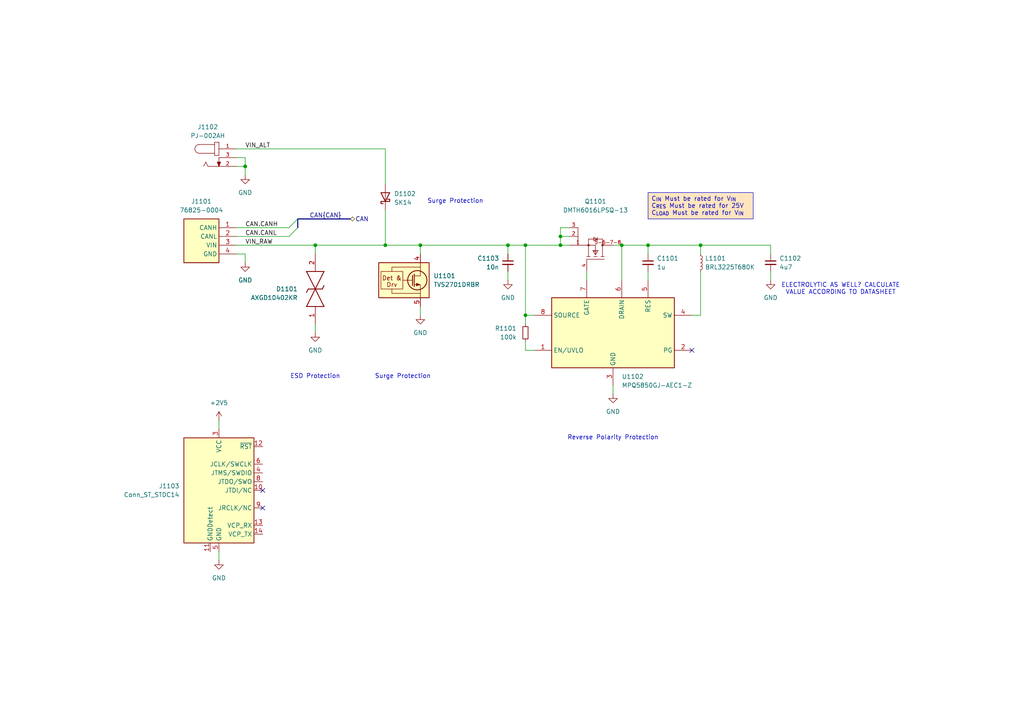
<source format=kicad_sch>
(kicad_sch (version 20231120) (generator "eeschema") (generator_version "8.0")
  (paper "A4")
  (lib_symbols
    (symbol "76825-0004:76825-0004"
      (property "Reference" "J" (at 0 5.08 0))
      (property "Value" "76825-0004" (at 0 2.54 0))
      (symbol "76825-0004_1_1"
        (rectangle (start -5.08 0) (end 5.08 -12.7) (stroke (width 0.254)) (fill (type background)))
        (pin passive line (at 10.16 -2.54 180) (length 5.08) (name "CANH") (number "1"))
        (pin passive line (at 10.16 -5.08 180) (length 5.08) (name "CANL") (number "2"))
        (pin passive line (at 10.16 -7.62 180) (length 5.08) (name "VIN") (number "3"))
        (pin passive line (at 10.16 -10.16 180) (length 5.08) (name "GND") (number "4"))
      )
    )
    (symbol "AXGD10402KR:AXGD10402KR" (pin_names hide)
      (property "Reference" "D" (at 12.7 8.89 0))
      (property "Value" "AXGD10402KR" (at 12.7 6.35 0))
      (symbol "AXGD10402KR_1_1"
        (polyline (pts (xy 5.08 2.54) (xy 5.08 -2.54)) (stroke (width 0.254)))
        (polyline (pts (xy 5.08 2.54) (xy 10.16 0)) (stroke (width 0.254)))
        (polyline (pts (xy 9.144 2.54) (xy 10.16 2.032)) (stroke (width 0.254)))
        (polyline (pts (xy 10.16 -2.032) (xy 10.16 2.032)) (stroke (width 0.254)))
        (polyline (pts (xy 10.16 -2.032) (xy 11.176 -2.54)) (stroke (width 0.254)))
        (polyline (pts (xy 10.16 0) (xy 5.08 -2.54)) (stroke (width 0.254)))
        (polyline (pts (xy 10.16 0) (xy 15.24 -2.54)) (stroke (width 0.254)))
        (polyline (pts (xy 15.24 2.54) (xy 10.16 0)) (stroke (width 0.254)))
        (polyline (pts (xy 15.24 2.54) (xy 15.24 -2.54)) (stroke (width 0.254)))
        (pin passive line (at 0 0 0) (length 5.08) (name "1") (number "1"))
        (pin passive line (at 20.32 0 180) (length 5.08) (name "2") (number "2"))
      )
    )
    (symbol "Connector:Conn_ST_STDC14"
      (property "Reference" "J" (at -8.89 16.51 0))
      (property "Value" "Conn_ST_STDC14" (at 17.78 16.51 0))
      (symbol "Conn_ST_STDC14_0_1"
        (rectangle (start -10.16 15.24) (end 10.16 -15.24) (stroke (width 0.254)) (fill (type background)))
      )
      (symbol "Conn_ST_STDC14_1_1"
        (pin no_connect line (at -10.16 5.08 0) (length 2.54) hide (name "NC") (number "1"))
        (pin output line (at 12.7 0 180) (length 2.54) (name "JTDI/NC") (number "10"))
        (pin passive line (at -2.54 -17.78 90) (length 2.54) (name "GNDDetect") (number "11"))
        (pin open_collector line (at 12.7 12.7 180) (length 2.54) (name "~{RST}") (number "12"))
        (pin output line (at 12.7 -10.16 180) (length 2.54) (name "VCP_RX") (number "13"))
        (pin input line (at 12.7 -12.7 180) (length 2.54) (name "VCP_TX") (number "14"))
        (pin no_connect line (at -10.16 2.54 0) (length 2.54) hide (name "NC") (number "2"))
        (pin power_in line (at 0 17.78 270) (length 2.54) (name "VCC") (number "3"))
        (pin bidirectional line (at 12.7 5.08 180) (length 2.54) (name "JTMS/SWDIO") (number "4"))
        (pin power_in line (at 0 -17.78 90) (length 2.54) (name "GND") (number "5"))
        (pin output line (at 12.7 7.62 180) (length 2.54) (name "JCLK/SWCLK") (number "6"))
        (pin passive line (at 0 -17.78 90) (length 2.54) hide (name "GND") (number "7"))
        (pin input line (at 12.7 2.54 180) (length 2.54) (name "JTDO/SWO") (number "8"))
        (pin input line (at 12.7 -5.08 180) (length 2.54) (name "JRCLK/NC") (number "9"))
      )
    )
    (symbol "DMTH6016LPSQ-13:DMTH6016LPSQ-13" (pin_names (offset 1.016))
      (property "Reference" "Q" (at 0 10.16 0))
      (property "Value" "DMTH6016LPSQ-13" (at 0 12.7 0))
      (symbol "DMTH6016LPSQ-13_1_1"
        (polyline (pts (xy 6.096 0) (xy 6.096 5.08)))
        (polyline (pts (xy 6.858 0.508) (xy 10.16 0.508)))
        (polyline (pts (xy 6.858 1.016) (xy 6.858 0)))
        (polyline (pts (xy 6.858 3.048) (xy 6.858 2.032)))
        (polyline (pts (xy 6.858 4.064) (xy 6.858 5.08)))
        (polyline (pts (xy 6.858 4.572) (xy 10.16 4.572)))
        (polyline (pts (xy 7.366 2.54) (xy 8.636 1.778)))
        (polyline (pts (xy 7.366 2.54) (xy 8.636 3.302)))
        (polyline (pts (xy 7.62 2.54) (xy 10.16 2.54)))
        (polyline (pts (xy 8.382 2.794) (xy 8.382 2.032)))
        (polyline (pts (xy 8.636 3.302) (xy 8.636 1.778)))
        (polyline (pts (xy 10.16 0.508) (xy 11.938 0.508)))
        (polyline (pts (xy 10.16 2.54) (xy 10.16 0)))
        (polyline (pts (xy 11.43 2.032) (xy 12.446 2.032)))
        (polyline (pts (xy 11.938 0.508) (xy 11.938 4.572)))
        (polyline (pts (xy 11.938 3.048) (xy 11.43 2.032)))
        (polyline (pts (xy 11.938 3.048) (xy 11.43 3.048)))
        (polyline (pts (xy 11.938 3.048) (xy 12.446 3.048)))
        (polyline (pts (xy 11.938 4.572) (xy 10.16 4.572)))
        (polyline (pts (xy 12.446 2.032) (xy 11.938 3.048)))
        (polyline (pts (xy 15.24 -2.54) (xy 10.16 -2.54)))
        (circle (center 10.16 0.508) (radius 0.254))
        (circle (center 10.16 4.572) (radius 0.254))
        (pin passive line (at 10.16 -5.08 90) (length 5.08) (name "S") (number "1"))
        (pin passive line (at 12.7 -5.08 90) (length 2.54) (name "S") (number "2"))
        (pin passive line (at 15.24 -5.08 90) (length 2.54) (name "S") (number "3"))
        (pin passive line (at 2.54 0 0) (length 3.556) (name "G") (number "4"))
        (pin passive line (at 10.16 7.62 270) (length 3.048) (name "D") (number "5-6-7-8"))
      )
    )
    (symbol "Device:C_Small" (pin_numbers hide) (pin_names (offset 0.254) hide)
      (property "Reference" "C" (at 0.254 1.778 0))
      (property "Value" "C_Small" (at 0.254 -2.032 0))
      (symbol "C_Small_0_1"
        (polyline (pts (xy -1.524 -0.508) (xy 1.524 -0.508)) (stroke (width 0.3302)))
        (polyline (pts (xy -1.524 0.508) (xy 1.524 0.508)) (stroke (width 0.3048)))
      )
      (symbol "C_Small_1_1"
        (pin passive line (at 0 2.54 270) (length 2.032) (name "~") (number "1"))
        (pin passive line (at 0 -2.54 90) (length 2.032) (name "~") (number "2"))
      )
    )
    (symbol "Device:D_Schottky" (pin_numbers hide) (pin_names (offset 1.016) hide)
      (property "Reference" "D" (at 0 2.54 0))
      (property "Value" "D_Schottky" (at 0 -2.54 0))
      (symbol "D_Schottky_0_1"
        (polyline (pts (xy 1.27 0) (xy -1.27 0)))
        (polyline (pts (xy 1.27 1.27) (xy 1.27 -1.27) (xy -1.27 0) (xy 1.27 1.27)) (stroke (width 0.254)))
        (polyline (pts (xy -1.905 0.635) (xy -1.905 1.27) (xy -1.27 1.27) (xy -1.27 -1.27) (xy -0.635 -1.27) (xy -0.635 -0.635)) (stroke (width 0.254)))
      )
      (symbol "D_Schottky_1_1"
        (pin passive line (at -3.81 0 0) (length 2.54) (name "K") (number "1"))
        (pin passive line (at 3.81 0 180) (length 2.54) (name "A") (number "2"))
      )
    )
    (symbol "Device:L_Small" (pin_numbers hide) (pin_names (offset 0.254) hide)
      (property "Reference" "L" (at 0.762 1.016 0))
      (property "Value" "L_Small" (at 0.762 -1.016 0))
      (symbol "L_Small_0_1"
        (arc (start 0 -2.032) (mid 0.5058 -1.524) (end 0 -1.016))
        (arc (start 0 -1.016) (mid 0.5058 -0.508) (end 0 0))
        (arc (start 0 0) (mid 0.5058 0.508) (end 0 1.016))
        (arc (start 0 1.016) (mid 0.5058 1.524) (end 0 2.032))
      )
      (symbol "L_Small_1_1"
        (pin passive line (at 0 2.54 270) (length 0.508) (name "~") (number "1"))
        (pin passive line (at 0 -2.54 90) (length 0.508) (name "~") (number "2"))
      )
    )
    (symbol "Device:R_Small" (pin_numbers hide) (pin_names (offset 0.254) hide)
      (property "Reference" "R" (at 0.762 0.508 0))
      (property "Value" "R_Small" (at 0.762 -1.016 0))
      (symbol "R_Small_0_1"
        (rectangle (start -0.762 1.778) (end 0.762 -1.778) (stroke (width 0.2032)))
      )
      (symbol "R_Small_1_1"
        (pin passive line (at 0 2.54 270) (length 0.762) (name "~") (number "1"))
        (pin passive line (at 0 -2.54 90) (length 0.762) (name "~") (number "2"))
      )
    )
    (symbol "MPQ5850GJ-AEC1-Z:MPQ5850GJ-AEC1-Z"
      (property "Reference" "U" (at -15.24 -20.32 0))
      (property "Value" "MPQ5850GJ-AEC1-Z" (at -15.24 -22.86 0))
      (symbol "MPQ5850GJ-AEC1-Z_1_1"
        (rectangle (start -17.78 2.54) (end 17.78 -17.78) (stroke (width 0.254)) (fill (type background)))
        (pin passive line (at -22.86 -12.7 0) (length 5.08) (name "EN/UVLO") (number "1"))
        (pin passive line (at 22.86 -12.7 180) (length 5.08) (name "PG") (number "2"))
        (pin passive line (at 0 -22.86 90) (length 5.08) (name "GND") (number "3"))
        (pin passive line (at 22.86 -2.54 180) (length 5.08) (name "SW") (number "4"))
        (pin passive line (at 10.16 7.62 270) (length 5.08) (name "RES") (number "5"))
        (pin passive line (at 2.54 7.62 270) (length 5.08) (name "DRAIN") (number "6"))
        (pin passive line (at -7.62 7.62 270) (length 5.08) (name "GATE") (number "7"))
        (pin passive line (at -22.86 -2.54 0) (length 5.08) (name "SOURCE") (number "8"))
      )
    )
    (symbol "PJ-002AH:PJ-002AH" (pin_names (offset 1.016))
      (property "Reference" "J" (at -7.6272 5.0848 0))
      (property "Value" "PJ-002AH" (at -7.6313 -5.0875 0))
      (symbol "PJ-002AH_0_0"
        (arc (start -5.715 3.81) (mid -6.9794 2.54) (end -5.715 1.27) (stroke (width 0.1524)))
        (polyline (pts (xy -5.715 3.81) (xy -1.27 3.81)) (stroke (width 0.1524)))
        (polyline (pts (xy -3.81 -1.27) (xy -4.445 -2.54)) (stroke (width 0.1524)))
        (polyline (pts (xy -3.175 -2.54) (xy -3.81 -1.27)) (stroke (width 0.1524)))
        (polyline (pts (xy -1.27 0.635) (xy 0 0.635)) (stroke (width 0.1524)))
        (polyline (pts (xy -1.27 1.27) (xy -5.715 1.27)) (stroke (width 0.1524)))
        (polyline (pts (xy -1.27 1.27) (xy -1.27 0.635)) (stroke (width 0.1524)))
        (polyline (pts (xy -1.27 3.81) (xy -1.27 1.27)) (stroke (width 0.1524)))
        (polyline (pts (xy -1.27 4.445) (xy -1.27 3.81)) (stroke (width 0.1524)))
        (polyline (pts (xy 0 -2.54) (xy -3.175 -2.54)) (stroke (width 0.1524)))
        (polyline (pts (xy 0 0) (xy 0 -2.54)) (stroke (width 0.1524)))
        (polyline (pts (xy 0 0.635) (xy 0 4.445)) (stroke (width 0.1524)))
        (polyline (pts (xy 0 4.445) (xy -1.27 4.445)) (stroke (width 0.1524)))
        (polyline (pts (xy 0 -2.54) (xy -0.508 -1.27) (xy 0.508 -1.27) (xy 0 -2.54)) (stroke (width 0.1524)) (fill (type outline)))
        (pin passive line (at 5.08 2.54 180) (length 5.08) (name "~") (number "1"))
        (pin passive line (at 5.08 -2.54 180) (length 5.08) (name "~") (number "2"))
        (pin passive line (at 5.08 0 180) (length 5.08) (name "~") (number "3"))
      )
    )
    (symbol "TVS2701DRBR:TVS2701DRBR" (pin_names hide)
      (property "Reference" "U" (at 17.78 -2.54 0))
      (property "Value" "TVS2701DRBR" (at 17.78 -5.08 0))
      (symbol "TVS2701DRBR_0_0"
        (rectangle (start -6.35 -2.54) (end 0 -7.62))
        (polyline (pts (xy 5.08 -3.81) (xy 3.302 -3.81)))
        (polyline (pts (xy -3.175 -7.62) (xy -3.175 -8.89) (xy 5.08 -8.89)))
        (polyline (pts (xy -3.175 -2.54) (xy -3.175 -1.27) (xy 5.08 -1.27)))
        (text "Det &" (at -3.175 -4.445 0) (effects (font (size 1.27 1.27))))
        (text "Drv" (at -3.175 -6.35 0) (effects (font (size 1.27 1.27))))
      )
      (symbol "TVS2701DRBR_0_1"
        (rectangle (start -6.985 0) (end 7.62 -10.16) (stroke (width 0.254)) (fill (type background)))
        (polyline (pts (xy 2.794 -5.08) (xy 0 -5.08)))
        (polyline (pts (xy 2.794 -3.683) (xy 2.794 -6.604)) (stroke (width 0.254)))
        (polyline (pts (xy 3.302 -3.302) (xy 3.302 -6.858)) (stroke (width 0.254)))
        (polyline (pts (xy 5.08 -7.62) (xy 5.08 -10.16)))
        (polyline (pts (xy 5.08 -2.54) (xy 5.08 -3.81)))
        (polyline (pts (xy 5.08 0) (xy 5.08 -2.54)))
        (polyline (pts (xy 5.08 -7.62) (xy 5.08 -6.35) (xy 3.302 -6.35)))
        (polyline (pts (xy 4.953 -6.35) (xy 3.937 -6.731) (xy 3.937 -5.969) (xy 4.953 -6.35)) (fill (type outline)))
        (circle (center 4.191 -5.08) (radius 2.794) (stroke (width 0.254)))
      )
      (symbol "TVS2701DRBR_1_1"
        (pin passive line (at 5.08 2.54 270) (length 2.54) hide (name "IN") (number "1"))
        (pin passive line (at 5.08 2.54 270) (length 2.54) hide (name "IN") (number "2"))
        (pin passive line (at 5.08 2.54 270) (length 2.54) hide (name "IN") (number "3"))
        (pin passive line (at 5.08 2.54 270) (length 2.54) (name "IN") (number "4"))
        (pin power_in line (at 5.08 -12.7 90) (length 2.54) (name "GND") (number "5"))
        (pin passive line (at 5.08 -12.7 90) (length 2.54) hide (name "GND") (number "6"))
        (pin passive line (at 5.08 -12.7 90) (length 2.54) hide (name "GND") (number "7"))
        (pin passive line (at 5.08 -12.7 90) (length 2.54) hide (name "GND") (number "8"))
        (pin no_connect line (at 10.16 -5.08 180) (length 2.54) hide (name "NC") (number "9"))
      )
    )
    (symbol "power:+2V5" (power) (pin_numbers hide) (pin_names (offset 0) hide)
      (property "Value" "+2V5" (at 0 3.556 0))
      (symbol "+2V5_0_1"
        (polyline (pts (xy -0.762 1.27) (xy 0 2.54)))
        (polyline (pts (xy 0 0) (xy 0 2.54)))
        (polyline (pts (xy 0 2.54) (xy 0.762 1.27)))
      )
      (symbol "+2V5_1_1"
        (pin power_in line (at 0 0 90) (length 0) (name "~") (number "1"))
      )
    )
    (symbol "power:GND" (power) (pin_numbers hide) (pin_names (offset 0) hide)
      (property "Value" "GND" (at 0 -3.81 0))
      (symbol "GND_0_1"
        (polyline (pts (xy 0 0) (xy 0 -1.27) (xy 1.27 -1.27) (xy 0 -2.54) (xy -1.27 -1.27) (xy 0 -1.27)))
      )
      (symbol "GND_1_1"
        (pin power_in line (at 0 0 270) (length 0) (name "~") (number "1"))
      )
    )
  )
  (bus_alias "CAN" (members "CANH" "CANL"))
  (bus_alias "I3C" (members "SCL" "SDA"))
  (bus_alias "SMI" (members "MDIO" "MDC"))
  (bus_alias "SPI" (members "SCK" "MISO" "MOSI" "CS"))
  (bus_alias "SWD" (members "SWCLK" "SWDIO" "SWO"))
  (bus_alias "UART" (members "TX" "RX"))
  (junction (at 152.4 91.44))
  (junction (at 162.56 71.12))
  (junction (at 203.2 71.12))
  (junction (at 162.56 68.58))
  (junction (at 71.12 48.26))
  (junction (at 180.34 71.12))
  (junction (at 147.32 71.12))
  (junction (at 121.92 71.12))
  (junction (at 91.44 71.12))
  (junction (at 187.96 71.12))
  (junction (at 152.4 71.12))
  (junction (at 111.76 71.12))
  (no_connect (at 76.2 142.24))
  (no_connect (at 200.66 101.6))
  (no_connect (at 76.2 147.32))
  (bus_entry (at 86.36 66.04) (size -2.54 2.54))
  (bus_entry (at 86.36 63.5) (size -2.54 2.54))
  (wire (pts (xy 180.34 71.12) (xy 187.96 71.12)))
  (wire (pts (xy 121.92 88.9) (xy 121.92 91.44)))
  (wire (pts (xy 165.1 66.04) (xy 162.56 66.04)))
  (wire (pts (xy 68.58 48.26) (xy 71.12 48.26)))
  (wire (pts (xy 203.2 71.12) (xy 203.2 73.66)))
  (wire (pts (xy 203.2 71.12) (xy 223.52 71.12)))
  (wire (pts (xy 121.92 71.12) (xy 147.32 71.12)))
  (wire (pts (xy 223.52 73.66) (xy 223.52 71.12)))
  (bus (pts (xy 86.36 63.5) (xy 101.6 63.5)))
  (wire (pts (xy 170.18 78.74) (xy 170.18 81.28)))
  (wire (pts (xy 162.56 68.58) (xy 162.56 71.12)))
  (wire (pts (xy 63.5 160.02) (xy 63.5 162.56)))
  (wire (pts (xy 71.12 73.66) (xy 71.12 76.2)))
  (bus (pts (xy 86.36 63.5) (xy 86.36 66.04)))
  (wire (pts (xy 152.4 71.12) (xy 162.56 71.12)))
  (wire (pts (xy 147.32 71.12) (xy 152.4 71.12)))
  (wire (pts (xy 63.5 121.92) (xy 63.5 124.46)))
  (wire (pts (xy 121.92 71.12) (xy 111.76 71.12)))
  (wire (pts (xy 203.2 91.44) (xy 200.66 91.44)))
  (wire (pts (xy 68.58 73.66) (xy 71.12 73.66)))
  (wire (pts (xy 223.52 78.74) (xy 223.52 81.28)))
  (wire (pts (xy 68.58 68.58) (xy 83.82 68.58)))
  (wire (pts (xy 177.8 71.12) (xy 180.34 71.12)))
  (wire (pts (xy 154.94 101.6) (xy 152.4 101.6)))
  (wire (pts (xy 71.12 45.72) (xy 71.12 48.26)))
  (wire (pts (xy 187.96 71.12) (xy 187.96 73.66)))
  (wire (pts (xy 111.76 60.96) (xy 111.76 71.12)))
  (wire (pts (xy 187.96 71.12) (xy 203.2 71.12)))
  (wire (pts (xy 68.58 66.04) (xy 83.82 66.04)))
  (wire (pts (xy 111.76 53.34) (xy 111.76 43.18)))
  (wire (pts (xy 121.92 71.12) (xy 121.92 73.66)))
  (wire (pts (xy 187.96 78.74) (xy 187.96 81.28)))
  (wire (pts (xy 152.4 99.06) (xy 152.4 101.6)))
  (wire (pts (xy 162.56 71.12) (xy 165.1 71.12)))
  (wire (pts (xy 91.44 93.98) (xy 91.44 96.52)))
  (wire (pts (xy 71.12 50.8) (xy 71.12 48.26)))
  (wire (pts (xy 147.32 71.12) (xy 147.32 73.66)))
  (wire (pts (xy 154.94 91.44) (xy 152.4 91.44)))
  (wire (pts (xy 177.8 111.76) (xy 177.8 114.3)))
  (wire (pts (xy 162.56 66.04) (xy 162.56 68.58)))
  (wire (pts (xy 68.58 71.12) (xy 91.44 71.12)))
  (wire (pts (xy 147.32 78.74) (xy 147.32 81.28)))
  (wire (pts (xy 91.44 71.12) (xy 91.44 73.66)))
  (wire (pts (xy 162.56 68.58) (xy 165.1 68.58)))
  (wire (pts (xy 152.4 91.44) (xy 152.4 71.12)))
  (wire (pts (xy 111.76 43.18) (xy 68.58 43.18)))
  (wire (pts (xy 203.2 78.74) (xy 203.2 91.44)))
  (wire (pts (xy 180.34 81.28) (xy 180.34 71.12)))
  (wire (pts (xy 91.44 71.12) (xy 111.76 71.12)))
  (wire (pts (xy 68.58 45.72) (xy 71.12 45.72)))
  (wire (pts (xy 152.4 91.44) (xy 152.4 93.98)))
  (text_box "C_{IN} Must be rated for V_{IN}\nC_{RES} Must be rated for 25V\nC_{LOAD} Must be rated for V_{IN}" (at 187.96 55.88 0) (size 30.48 7.62) (fill (type color) (color 255 229 191 1)) (effects (font (size 1.27 1.27)) (justify left top)))
  (text "Surge Protection" (at 116.84 109.22 0) (effects (font (size 1.27 1.27))))
  (text "ESD Protection" (at 91.44 109.22 0) (effects (font (size 1.27 1.27))))
  (text "ELECTROLYTIC AS WELL? CALCULATE\nVALUE ACCORDING TO DATASHEET" (at 243.84 83.82 0) (effects (font (size 1.27 1.27))))
  (text "Reverse Polarity Protection" (at 177.8 127 0) (effects (font (size 1.27 1.27))))
  (text "Surge Protection" (at 132.08 58.42 0) (effects (font (size 1.27 1.27))))
  (label "CAN.CANL" (at 71.12 68.58 0))
  (label "CAN.CANH" (at 71.12 66.04 0))
  (label "CAN{CAN}" (at 99.06 63.5 180))
  (label "VIN_ALT" (at 71.12 43.18 0))
  (label "VIN_RAW" (at 71.12 71.12 0))
  (hierarchical_label "CAN" (shape bidirectional) (at 101.6 63.5 0))
  (symbol (lib_id "power:GND") (at 91.44 96.52 0) (unit 1)
    (property "Reference" "#PWR01103" (effects (hide yes)))
    (property "Value" "GND" (at 91.44 101.6 0))
    (property "Description" "Power symbol creates a global label with name \"GND\" , ground" (effects (hide yes)))
  )
  (symbol (lib_id "PJ-002AH:PJ-002AH") (at 63.5 45.72 0) (unit 1)
    (property "Reference" "J1102" (at 60.2643 36.83 0))
    (property "Value" "PJ-002AH" (at 60.2643 39.37 0))
    (property "Footprint" "switch_footprints:CUI_PJ-002AH" (effects (hide yes)))
    (property "Datasheet" "https://www.mouser.co.uk/datasheet/2/670/pj_002ah-1778702.pdf" (effects (hide yes)))
    (property "MF" "CUI Devices" (effects (hide yes)))
    (property "Description_1" "2.0 x 6.5 mm, 5.0 A, Horizontal, Through Hole, Dc Power Jack Connector" (effects (hide yes)))
    (property "Package" "None" (effects (hide yes)))
    (property "Price" "None" (effects (hide yes)))
    (property "Check_prices" "https://www.snapeda.com/parts/PJ-002AH/CUI+Devices/view-part/?ref=eda" (effects (hide yes)))
    (property "STANDARD" "Manufacturer recommendations" (effects (hide yes)))
    (property "SnapEDA_Link" "https://www.snapeda.com/parts/PJ-002AH/CUI+Devices/view-part/?ref=snap" (effects (hide yes)))
    (property "MP" "PJ-002AH" (effects (hide yes)))
    (property "Purchase-URL" "https://www.snapeda.com/api/url_track_click_mouser/?unipart_id=448876&manufacturer=CUI Devices&part_name=PJ-002AH&search_term=pj-002ah" (effects (hide yes)))
    (property "CUI_purchase_URL" "https://www.cuidevices.com/product/interconnect/connectors/dc-power-connectors/jacks/pj-002ah?utm_source=snapeda.com&utm_medium=referral&utm_campaign=snapedaBOM" (effects (hide yes)))
    (property "Availability" "In Stock" (effects (hide yes)))
    (property "MANUFACTURER" "CUI INC" (effects (hide yes)))
  )
  (symbol (lib_id "power:GND") (at 71.12 50.8 0) (unit 1)
    (property "Reference" "#PWR01101" (effects (hide yes)))
    (property "Value" "GND" (at 71.12 55.88 0))
    (property "Description" "Power symbol creates a global label with name \"GND\" , ground" (effects (hide yes)))
  )
  (symbol (lib_id "76825-0004:76825-0004") (at 58.42 63.5 0) (unit 1)
    (property "Reference" "J1101" (at 58.42 58.42 0))
    (property "Value" "76825-0004" (at 58.42 60.96 0))
    (property "Footprint" "switch_footprints:768250004" (effects (hide yes)))
    (property "Datasheet" "https://www.molex.com/pdm_docs/sd/768250004_sd.pdf" (effects (hide yes)))
    (property "Description" "MOLEX - 76825-0004. - CONNECTOR, HEADER, 4POS, 2ROW, 5.7MM" (effects (hide yes)))
    (property "Height" "16" (effects (hide yes)))
    (property "Mouser Part Number" "538-76825-0004" (effects (hide yes)))
    (property "Mouser Price/Stock" "https://www.mouser.co.uk/ProductDetail/Molex/76825-0004?qs=KpdAywxU013PSLJUUaOgIg%3D%3D" (effects (hide yes)))
    (property "Manufacturer_Name" "Molex" (effects (hide yes)))
    (property "Manufacturer_Part_Number" "76825-0004" (effects (hide yes)))
  )
  (symbol (lib_id "power:GND") (at 63.5 162.56 0) (unit 1)
    (property "Reference" "#PWR01108" (effects (hide yes)))
    (property "Value" "GND" (at 63.5 167.64 0))
    (property "Description" "Power symbol creates a global label with name \"GND\" , ground" (effects (hide yes)))
  )
  (symbol (lib_id "Device:L_Small") (at 203.2 76.2 0) (unit 1)
    (property "Reference" "L1101" (at 204.47 74.9299 0) (effects (justify left)))
    (property "Value" "BRL3225T680K" (at 204.47 77.4699 0) (effects (justify left)))
    (property "Footprint" "Inductor_SMD:L_1210_3225Metric" (effects (hide yes)))
    (property "Datasheet" "https://www.mouser.co.uk/datasheet/2/396/wound07_e-3009630.pdf" (effects (hide yes)))
    (property "Description" "Inductor, small symbol" (effects (hide yes)))
  )
  (symbol (lib_id "Device:C_Small") (at 187.96 76.2 0) (unit 1)
    (property "Reference" "C1101" (at 190.5 74.9362 0) (effects (justify left)))
    (property "Value" "1u" (at 190.5 77.4762 0) (effects (justify left)))
    (property "Footprint" "Capacitor_SMD:C_0402_1005Metric" (effects (hide yes)))
    (property "Description" "Unpolarized capacitor, small symbol" (effects (hide yes)))
  )
  (symbol (lib_id "power:+2V5") (at 63.5 121.92 0) (unit 1)
    (property "Reference" "#PWR01109" (effects (hide yes)))
    (property "Value" "+2V5" (at 63.5 116.84 0))
    (property "Description" "Power symbol creates a global label with name \"+2V5\"" (effects (hide yes)))
  )
  (symbol (lib_id "TVS2701DRBR:TVS2701DRBR") (at 116.84 76.2 0) (unit 1)
    (property "Reference" "U1101" (at 125.73 80.0099 0) (effects (justify left)))
    (property "Value" "TVS2701DRBR" (at 125.73 82.5499 0) (effects (justify left)))
    (property "Footprint" "switch_footprints:SON65P300X300X100-9N-D" (effects (hide yes)))
    (property "Datasheet" "http://www.ti.com/lit/ds/slvseq5a/slvseq5a.pdf" (effects (hide yes)))
    (property "Description" "ESD Suppressors / TVS Diodes BIDIRECTIONAL PRECISION SURGE DIODES" (effects (hide yes)))
    (property "Height" "1" (effects (hide yes)))
    (property "Mouser Part Number" "595-TVS2701DRBR" (effects (hide yes)))
    (property "Mouser Price/Stock" "https://www.mouser.co.uk/ProductDetail/Texas-Instruments/TVS2701DRBR?qs=byeeYqUIh0OuvTYsaTi%252BEg%3D%3D" (effects (hide yes)))
    (property "Manufacturer_Name" "Texas Instruments" (effects (hide yes)))
    (property "Manufacturer_Part_Number" "TVS2701DRBR" (effects (hide yes)))
  )
  (symbol (lib_id "Device:R_Small") (at 152.4 96.52 0) (unit 1)
    (property "Reference" "R1101" (at 149.86 95.2499 0) (effects (justify right)))
    (property "Value" "100k" (at 149.86 97.7899 0) (effects (justify right)))
    (property "Footprint" "Resistor_SMD:R_0402_1005Metric" (effects (hide yes)))
    (property "Description" "Resistor, small symbol" (effects (hide yes)))
  )
  (symbol (lib_id "Connector:Conn_ST_STDC14") (at 63.5 142.24 0) (unit 1)
    (property "Reference" "J1103" (at 52.07 140.9699 0) (effects (justify right)))
    (property "Value" "Conn_ST_STDC14" (at 52.07 143.5099 0) (effects (justify right)))
    (property "Datasheet" "https://www.st.com/content/ccc/resource/technical/document/user_manual/group1/99/49/91/b6/b2/3a/46/e5/DM00526767/files/DM00526767.pdf/jcr:content/translations/en.DM00526767.pdf" (effects (hide yes)))
    (property "Description" "ST Debug Connector, standard ARM Cortex-M SWD and JTAG interface plus UART" (effects (hide yes)))
  )
  (symbol (lib_id "power:GND") (at 71.12 76.2 0) (unit 1)
    (property "Reference" "#PWR01102" (effects (hide yes)))
    (property "Value" "GND" (at 71.12 81.28 0))
    (property "Description" "Power symbol creates a global label with name \"GND\" , ground" (effects (hide yes)))
  )
  (symbol (lib_id "MPQ5850GJ-AEC1-Z:MPQ5850GJ-AEC1-Z") (at 177.8 88.9 0) (unit 1)
    (property "Reference" "U1102" (at 180.34 109.22 0) (effects (justify left)))
    (property "Value" "MPQ5850GJ-AEC1-Z" (at 180.34 111.76 0) (effects (justify left)))
    (property "Footprint" "SOT65P280X100-8N" (effects (hide yes)))
    (property "Datasheet" "https://www.mouser.co.uk/datasheet/2/277/MPQ5850GJ_AEC1-3011305.pdf" (effects (hide yes)))
    (property "Description" "Hot Swap Voltage Controllers 42V Smart Diode Controller with Reverse Protection AEC-Q100 Qualified" (effects (hide yes)))
    (property "Height" "1" (effects (hide yes)))
    (property "Manufacturer_Name" "Monolithic Power Systems (MPS)" (effects (hide yes)))
    (property "Manufacturer_Part_Number" "MPQ5850GJ-AEC1-Z" (effects (hide yes)))
  )
  (symbol (lib_id "Device:D_Schottky") (at 111.76 57.15 90) (unit 1)
    (property "Reference" "D1102" (at 114.3 56.1974 90) (effects (justify right)))
    (property "Value" "SK14" (at 114.3 58.7374 90) (effects (justify right)))
    (property "Footprint" "Diode_SMD:D_SMA" (effects (hide yes)))
    (property "Datasheet" "https://diotec.com/request/datasheet/sk12.pdf" (effects (hide yes)))
    (property "Description" "Schottky diode" (effects (hide yes)))
  )
  (symbol (lib_id "power:GND") (at 177.8 114.3 0) (unit 1)
    (property "Reference" "#PWR01105" (effects (hide yes)))
    (property "Value" "GND" (at 177.8 119.38 0))
    (property "Description" "Power symbol creates a global label with name \"GND\" , ground" (effects (hide yes)))
  )
  (symbol (lib_id "power:GND") (at 147.32 81.28 0) (unit 1)
    (property "Reference" "#PWR01107" (effects (hide yes)))
    (property "Value" "GND" (at 147.32 86.36 0))
    (property "Description" "Power symbol creates a global label with name \"GND\" , ground" (effects (hide yes)))
  )
  (symbol (lib_id "AXGD10402KR:AXGD10402KR") (at 91.44 93.98 90) (unit 1)
    (property "Reference" "D1101" (at 86.36 83.82 90) (effects (justify left)))
    (property "Value" "AXGD10402KR" (at 86.36 86.36 90) (effects (justify left)))
    (property "Footprint" "DIONM105X51N" (effects (hide yes)))
    (property "Datasheet" "https://www.littelfuse.com/~/media/electronics/datasheets/polymer_esd_suppressors/littelfuse_xtremeguard_axgd_datasheet.pdf.pdf" (effects (hide yes)))
    (property "Description" "LITTELFUSE - AXGD10402KR - DIODE, ESD PROTECTION, AEC-Q200, 0402" (effects (hide yes)))
    (property "Height" "0.51" (effects (hide yes)))
    (property "Mouser Part Number" "576-AXGD10402KR" (effects (hide yes)))
    (property "Mouser Price/Stock" "https://www.mouser.co.uk/ProductDetail/Littelfuse/AXGD10402KR?qs=%252BdQmOuGyFcFxx0p0UGW3NA%3D%3D" (effects (hide yes)))
    (property "Manufacturer_Name" "LITTELFUSE" (effects (hide yes)))
    (property "Manufacturer_Part_Number" "AXGD10402KR" (effects (hide yes)))
  )
  (symbol (lib_id "power:GND") (at 223.52 81.28 0) (unit 1)
    (property "Reference" "#PWR01106" (effects (hide yes)))
    (property "Value" "GND" (at 223.52 86.36 0))
    (property "Description" "Power symbol creates a global label with name \"GND\" , ground" (effects (hide yes)))
  )
  (symbol (lib_id "power:GND") (at 121.92 91.44 0) (unit 1)
    (property "Reference" "#PWR01104" (effects (hide yes)))
    (property "Value" "GND" (at 121.92 96.52 0))
    (property "Description" "Power symbol creates a global label with name \"GND\" , ground" (effects (hide yes)))
  )
  (symbol (lib_id "Device:C_Small") (at 223.52 76.2 0) (unit 1)
    (property "Reference" "C1102" (at 226.06 74.9362 0) (effects (justify left)))
    (property "Value" "4u7" (at 226.06 77.4762 0) (effects (justify left)))
    (property "Footprint" "Capacitor_SMD:C_0402_1005Metric" (effects (hide yes)))
    (property "Description" "Unpolarized capacitor, small symbol" (effects (hide yes)))
  )
  (symbol (lib_id "DMTH6016LPSQ-13:DMTH6016LPSQ-13") (at 170.18 81.28 270) (mirror x) (unit 1)
    (property "Reference" "Q1101" (at 172.72 58.42 90))
    (property "Value" "DMTH6016LPSQ-13" (at 172.72 60.96 90))
    (property "Footprint" "switch_footprints:Diodes_Incorporated-PowerDI5060-8-03_2017-0-MFG" (effects (hide yes)))
    (property "Datasheet" "https://www.diodes.com/assets/Datasheets/DMTH6016LPSQ.pdf" (effects (hide yes)))
    (property "Description" "Yes" (effects (hide yes)))
    (property "automotive grade" "Grade 0" (effects (hide yes)))
    (property "category" "Trans" (effects (hide yes)))
    (property "continuous drain current" "9.8A" (effects (hide yes)))
    (property "depletion mode" "False" (effects (hide yes)))
    (property "device class L1" "Discrete Semiconductors" (effects (hide yes)))
    (property "device class L2" "Transistors" (effects (hide yes)))
    (property "device class L3" "MOSFETs" (effects (hide yes)))
    (property "digikey description" "MOSFET N-CHA 60V 10.6A POWERDI" (effects (hide yes)))
    (property "digikey part number" "DMTH6016LPSQ-13DICT-ND" (effects (hide yes)))
    (property "drain to source breakdown voltage" "60V" (effects (hide yes)))
    (property "drain to source resistance" "12mΩ" (effects (hide yes)))
    (property "drain to source voltage" "60V" (effects (hide yes)))
    (property "footprint url" "https://www.diodes.com/assets/Package-Files/PowerDI5060-8.pdf" (effects (hide yes)))
    (property "gate charge at vgs" "17nC @ 10V" (effects (hide yes)))
    (property "gate to source voltage" "20V" (effects (hide yes)))
    (property "height" "1.1mm" (effects (hide yes)))
    (property "input capacitace at vds" "864pF @ 30V" (effects (hide yes)))
    (property "lead free" "Yes" (effects (hide yes)))
    (property "library id" "0ed7c933e76e2d4c" (effects (hide yes)))
    (property "manufacturer" "Diodes Incorporated" (effects (hide yes)))
    (property "max forward diode voltage" "1.2V" (effects (hide yes)))
    (property "max junction temp" "+175°C" (effects (hide yes)))
    (property "mouser description" "Single N-Channel 60 V 2.6 W 17 nC Silicon Surface Mount Mosfet - POWERDI5060-8" (effects (hide yes)))
    (property "mouser part number" "621-DMTH6016LPSQ-13" (effects (hide yes)))
    (property "number of N channels" "1" (effects (hide yes)))
    (property "number of channels" "1" (effects (hide yes)))
    (property "package" "PowerTDFN8" (effects (hide yes)))
    (property "power dissipation" "2.6W" (effects (hide yes)))
    (property "pulse drain current" "75A" (effects (hide yes)))
    (property "reverse recovery charge" "11nC" (effects (hide yes)))
    (property "reverse recovery time" "22ns" (effects (hide yes)))
    (property "rohs" "Yes" (effects (hide yes)))
    (property "rthja max" "57°C/W" (effects (hide yes)))
    (property "standoff height" "0mm" (effects (hide yes)))
    (property "temperature range high" "+175°C" (effects (hide yes)))
    (property "temperature range low" "-55°C" (effects (hide yes)))
    (property "threshold vgs max" "2.5V" (effects (hide yes)))
    (property "threshold vgs min" "1V" (effects (hide yes)))
    (property "turn off delay time" "13ns" (effects (hide yes)))
    (property "turn on delay time" "3.4ns" (effects (hide yes)))
    (property "typ forward diode voltage" "0.7V" (effects (hide yes)))
  )
  (symbol (lib_id "Device:C_Small") (at 147.32 76.2 0) (mirror y) (unit 1)
    (property "Reference" "C1103" (at 144.78 74.9362 0) (effects (justify left)))
    (property "Value" "10n" (at 144.78 77.4762 0) (effects (justify left)))
    (property "Footprint" "Capacitor_SMD:C_0402_1005Metric" (effects (hide yes)))
    (property "Description" "Unpolarized capacitor, small symbol" (effects (hide yes)))
  )
)
</source>
